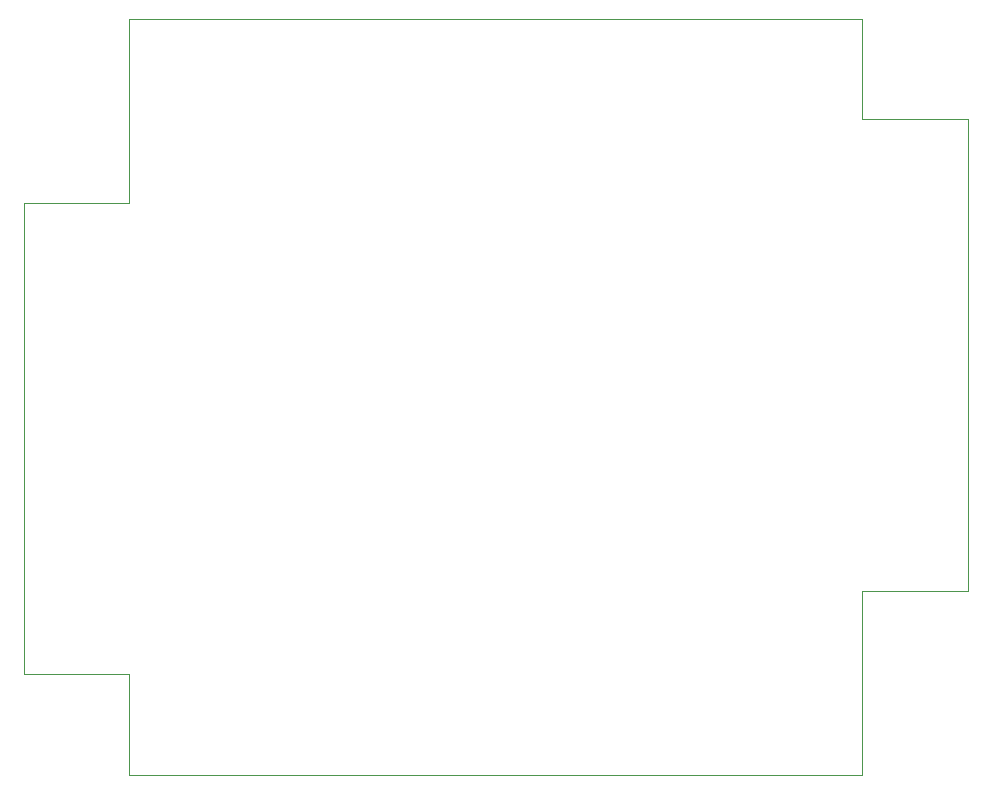
<source format=gbr>
%TF.GenerationSoftware,KiCad,Pcbnew,(5.1.12)-1*%
%TF.CreationDate,2022-02-03T12:58:41+01:00*%
%TF.ProjectId,colibri_01,636f6c69-6272-4695-9f30-312e6b696361,rev?*%
%TF.SameCoordinates,Original*%
%TF.FileFunction,Profile,NP*%
%FSLAX46Y46*%
G04 Gerber Fmt 4.6, Leading zero omitted, Abs format (unit mm)*
G04 Created by KiCad (PCBNEW (5.1.12)-1) date 2022-02-03 12:58:41*
%MOMM*%
%LPD*%
G01*
G04 APERTURE LIST*
%TA.AperFunction,Profile*%
%ADD10C,0.050000*%
%TD*%
G04 APERTURE END LIST*
D10*
X118900000Y-72950000D02*
X118900000Y-57400000D01*
X110000000Y-72950000D02*
X118900000Y-72950000D01*
X110000000Y-112900000D02*
X110000000Y-72950000D01*
X118900000Y-112900000D02*
X110000000Y-112900000D01*
X118900000Y-121400000D02*
X118900000Y-112900000D01*
X181000000Y-121400000D02*
X118900000Y-121400000D01*
X181000000Y-105850000D02*
X181000000Y-121400000D01*
X189900000Y-105850000D02*
X181000000Y-105850000D01*
X189900000Y-105800000D02*
X189900000Y-105850000D01*
X189900000Y-65900000D02*
X189900000Y-105800000D01*
X181000000Y-65900000D02*
X189900000Y-65900000D01*
X181000000Y-57400000D02*
X181000000Y-65900000D01*
X118900000Y-57400000D02*
X181000000Y-57400000D01*
M02*

</source>
